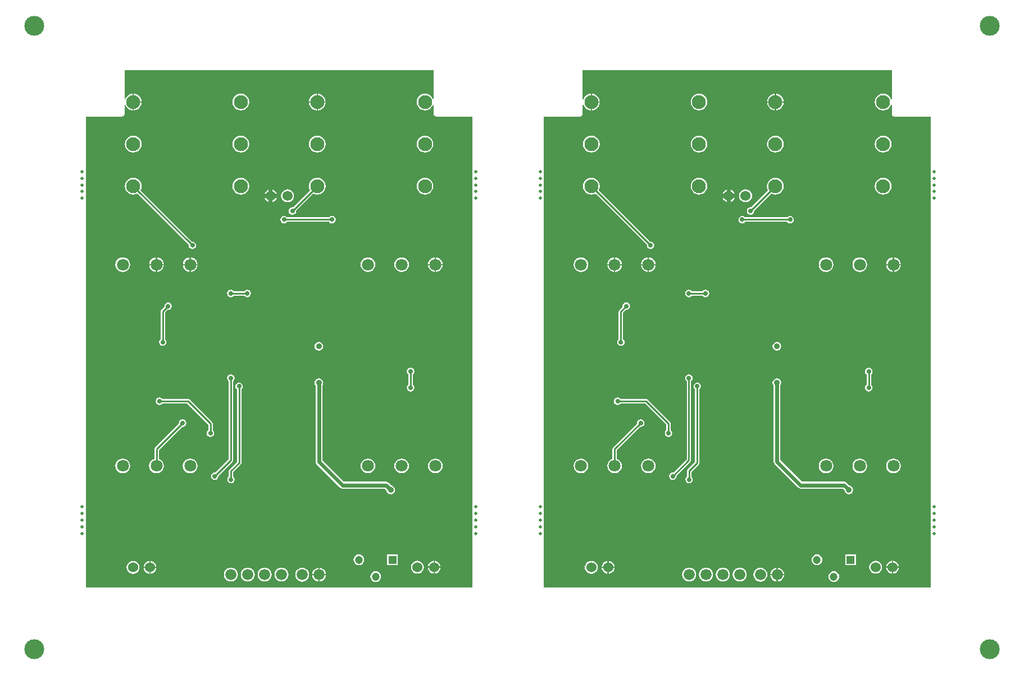
<source format=gbl>
G04*
G04 #@! TF.GenerationSoftware,Altium Limited,Altium Designer,19.1.6 (110)*
G04*
G04 Layer_Physical_Order=2*
G04 Layer_Color=16711680*
%FSLAX25Y25*%
%MOIN*%
G70*
G01*
G75*
%ADD10C,0.11811*%
%ADD30C,0.02400*%
%ADD31C,0.01000*%
%ADD32C,0.01968*%
%ADD33C,0.06000*%
%ADD34C,0.06600*%
%ADD35R,0.04724X0.04724*%
%ADD36C,0.04724*%
%ADD37C,0.07087*%
%ADD38C,0.08268*%
%ADD39C,0.02756*%
%ADD40C,0.03500*%
G36*
X520638Y338460D02*
X520138Y338361D01*
X519786Y339210D01*
X518995Y340241D01*
X517964Y341032D01*
X516764Y341529D01*
X515476Y341699D01*
X514188Y341529D01*
X512988Y341032D01*
X511957Y340241D01*
X511166Y339210D01*
X510669Y338010D01*
X510499Y336722D01*
X510669Y335434D01*
X511166Y334234D01*
X511957Y333203D01*
X512988Y332412D01*
X514188Y331915D01*
X515476Y331746D01*
X516764Y331915D01*
X517964Y332412D01*
X518995Y333203D01*
X519786Y334234D01*
X520138Y335083D01*
X520638Y334984D01*
Y329622D01*
X520754Y329037D01*
X521086Y328541D01*
X521582Y328209D01*
X522167Y328093D01*
X543638D01*
Y48317D01*
X314196D01*
Y328093D01*
X335667D01*
X336252Y328209D01*
X336748Y328541D01*
X337080Y329037D01*
X337196Y329622D01*
Y334986D01*
X337696Y335086D01*
X338049Y334234D01*
X338840Y333203D01*
X339871Y332412D01*
X341071Y331915D01*
X341959Y331798D01*
Y336722D01*
Y341646D01*
X341071Y341529D01*
X339871Y341032D01*
X338840Y340241D01*
X338049Y339210D01*
X337696Y338359D01*
X337196Y338458D01*
Y355593D01*
X520638D01*
Y338460D01*
D02*
G37*
G36*
X248767D02*
X248268Y338361D01*
X247916Y339210D01*
X247125Y340241D01*
X246094Y341032D01*
X244894Y341529D01*
X243606Y341699D01*
X242318Y341529D01*
X241118Y341032D01*
X240087Y340241D01*
X239296Y339210D01*
X238799Y338010D01*
X238629Y336722D01*
X238799Y335434D01*
X239296Y334234D01*
X240087Y333203D01*
X241118Y332412D01*
X242318Y331915D01*
X243606Y331746D01*
X244894Y331915D01*
X246094Y332412D01*
X247125Y333203D01*
X247916Y334234D01*
X248268Y335083D01*
X248767Y334984D01*
Y329622D01*
X248884Y329037D01*
X249215Y328541D01*
X249712Y328209D01*
X250297Y328093D01*
X271767D01*
Y48317D01*
X42326D01*
Y328093D01*
X63797D01*
X64382Y328209D01*
X64878Y328541D01*
X65210Y329037D01*
X65326Y329622D01*
Y334986D01*
X65826Y335086D01*
X66179Y334234D01*
X66970Y333203D01*
X68001Y332412D01*
X69201Y331915D01*
X70089Y331798D01*
Y336722D01*
Y341646D01*
X69201Y341529D01*
X68001Y341032D01*
X66970Y340241D01*
X66179Y339210D01*
X65826Y338359D01*
X65326Y338458D01*
Y355593D01*
X248767D01*
Y338460D01*
D02*
G37*
%LPC*%
G36*
X451978Y341646D02*
Y337122D01*
X456502D01*
X456385Y338010D01*
X455888Y339210D01*
X455097Y340241D01*
X454066Y341032D01*
X452866Y341529D01*
X451978Y341646D01*
D02*
G37*
G36*
X342759D02*
Y337122D01*
X347283D01*
X347166Y338010D01*
X346669Y339210D01*
X345878Y340241D01*
X344847Y341032D01*
X343647Y341529D01*
X342759Y341646D01*
D02*
G37*
G36*
X451178D02*
X450290Y341529D01*
X449090Y341032D01*
X448059Y340241D01*
X447268Y339210D01*
X446771Y338010D01*
X446654Y337122D01*
X451178D01*
Y341646D01*
D02*
G37*
G36*
X456502Y336322D02*
X451978D01*
Y331798D01*
X452866Y331915D01*
X454066Y332412D01*
X455097Y333203D01*
X455888Y334234D01*
X456385Y335434D01*
X456502Y336322D01*
D02*
G37*
G36*
X347283D02*
X342759D01*
Y331798D01*
X343647Y331915D01*
X344847Y332412D01*
X345878Y333203D01*
X346669Y334234D01*
X347166Y335434D01*
X347283Y336322D01*
D02*
G37*
G36*
X451178D02*
X446654D01*
X446771Y335434D01*
X447268Y334234D01*
X448059Y333203D01*
X449090Y332412D01*
X450290Y331915D01*
X451178Y331798D01*
Y336322D01*
D02*
G37*
G36*
X406257Y341699D02*
X404969Y341529D01*
X403769Y341032D01*
X402738Y340241D01*
X401947Y339210D01*
X401450Y338010D01*
X401280Y336722D01*
X401450Y335434D01*
X401947Y334234D01*
X402738Y333203D01*
X403769Y332412D01*
X404969Y331915D01*
X406257Y331746D01*
X407545Y331915D01*
X408745Y332412D01*
X409776Y333203D01*
X410567Y334234D01*
X411064Y335434D01*
X411234Y336722D01*
X411064Y338010D01*
X410567Y339210D01*
X409776Y340241D01*
X408745Y341032D01*
X407545Y341529D01*
X406257Y341699D01*
D02*
G37*
G36*
X515476Y316699D02*
X514188Y316529D01*
X512988Y316032D01*
X511957Y315241D01*
X511166Y314210D01*
X510669Y313010D01*
X510499Y311722D01*
X510669Y310434D01*
X511166Y309234D01*
X511957Y308203D01*
X512988Y307412D01*
X514188Y306915D01*
X515476Y306746D01*
X516764Y306915D01*
X517964Y307412D01*
X518995Y308203D01*
X519786Y309234D01*
X520283Y310434D01*
X520452Y311722D01*
X520283Y313010D01*
X519786Y314210D01*
X518995Y315241D01*
X517964Y316032D01*
X516764Y316529D01*
X515476Y316699D01*
D02*
G37*
G36*
X451578D02*
X450290Y316529D01*
X449090Y316032D01*
X448059Y315241D01*
X447268Y314210D01*
X446771Y313010D01*
X446601Y311722D01*
X446771Y310434D01*
X447268Y309234D01*
X448059Y308203D01*
X449090Y307412D01*
X450290Y306915D01*
X451578Y306746D01*
X452866Y306915D01*
X454066Y307412D01*
X455097Y308203D01*
X455888Y309234D01*
X456385Y310434D01*
X456555Y311722D01*
X456385Y313010D01*
X455888Y314210D01*
X455097Y315241D01*
X454066Y316032D01*
X452866Y316529D01*
X451578Y316699D01*
D02*
G37*
G36*
X406257D02*
X404969Y316529D01*
X403769Y316032D01*
X402738Y315241D01*
X401947Y314210D01*
X401450Y313010D01*
X401280Y311722D01*
X401450Y310434D01*
X401947Y309234D01*
X402738Y308203D01*
X403769Y307412D01*
X404969Y306915D01*
X406257Y306746D01*
X407545Y306915D01*
X408745Y307412D01*
X409776Y308203D01*
X410567Y309234D01*
X411064Y310434D01*
X411234Y311722D01*
X411064Y313010D01*
X410567Y314210D01*
X409776Y315241D01*
X408745Y316032D01*
X407545Y316529D01*
X406257Y316699D01*
D02*
G37*
G36*
X342359D02*
X341071Y316529D01*
X339871Y316032D01*
X338840Y315241D01*
X338049Y314210D01*
X337552Y313010D01*
X337382Y311722D01*
X337552Y310434D01*
X338049Y309234D01*
X338840Y308203D01*
X339871Y307412D01*
X341071Y306915D01*
X342359Y306746D01*
X343647Y306915D01*
X344847Y307412D01*
X345878Y308203D01*
X346669Y309234D01*
X347166Y310434D01*
X347336Y311722D01*
X347166Y313010D01*
X346669Y314210D01*
X345878Y315241D01*
X344847Y316032D01*
X343647Y316529D01*
X342359Y316699D01*
D02*
G37*
G36*
X425107Y284655D02*
Y282239D01*
X427523D01*
X427226Y282956D01*
X426617Y283750D01*
X425823Y284359D01*
X425107Y284655D01*
D02*
G37*
G36*
X422707D02*
X421991Y284359D01*
X421197Y283750D01*
X420588Y282956D01*
X420291Y282239D01*
X422707D01*
Y284655D01*
D02*
G37*
G36*
X515476Y291699D02*
X514188Y291529D01*
X512988Y291032D01*
X511957Y290241D01*
X511166Y289210D01*
X510669Y288010D01*
X510499Y286722D01*
X510669Y285434D01*
X511166Y284234D01*
X511957Y283203D01*
X512988Y282412D01*
X514188Y281915D01*
X515476Y281746D01*
X516764Y281915D01*
X517964Y282412D01*
X518995Y283203D01*
X519786Y284234D01*
X520283Y285434D01*
X520452Y286722D01*
X520283Y288010D01*
X519786Y289210D01*
X518995Y290241D01*
X517964Y291032D01*
X516764Y291529D01*
X515476Y291699D01*
D02*
G37*
G36*
X451578D02*
X450290Y291529D01*
X449090Y291032D01*
X448059Y290241D01*
X447268Y289210D01*
X446771Y288010D01*
X446601Y286722D01*
X446771Y285434D01*
X447253Y284271D01*
X437121Y274140D01*
X436833Y274198D01*
X435983Y274028D01*
X435263Y273547D01*
X434781Y272827D01*
X434612Y271977D01*
X434781Y271127D01*
X435263Y270407D01*
X435983Y269925D01*
X436833Y269756D01*
X437683Y269925D01*
X438403Y270407D01*
X438884Y271127D01*
X439053Y271977D01*
X438996Y272266D01*
X449127Y282397D01*
X450290Y281915D01*
X451578Y281746D01*
X452866Y281915D01*
X454066Y282412D01*
X455097Y283203D01*
X455888Y284234D01*
X456385Y285434D01*
X456555Y286722D01*
X456385Y288010D01*
X455888Y289210D01*
X455097Y290241D01*
X454066Y291032D01*
X452866Y291529D01*
X451578Y291699D01*
D02*
G37*
G36*
X406257D02*
X404969Y291529D01*
X403769Y291032D01*
X402738Y290241D01*
X401947Y289210D01*
X401450Y288010D01*
X401280Y286722D01*
X401450Y285434D01*
X401947Y284234D01*
X402738Y283203D01*
X403769Y282412D01*
X404969Y281915D01*
X406257Y281746D01*
X407545Y281915D01*
X408745Y282412D01*
X409776Y283203D01*
X410567Y284234D01*
X411064Y285434D01*
X411234Y286722D01*
X411064Y288010D01*
X410567Y289210D01*
X409776Y290241D01*
X408745Y291032D01*
X407545Y291529D01*
X406257Y291699D01*
D02*
G37*
G36*
X427523Y279839D02*
X425107D01*
Y277423D01*
X425823Y277720D01*
X426617Y278329D01*
X427226Y279123D01*
X427523Y279839D01*
D02*
G37*
G36*
X422707D02*
X420291D01*
X420588Y279123D01*
X421197Y278329D01*
X421991Y277720D01*
X422707Y277423D01*
Y279839D01*
D02*
G37*
G36*
X433907Y284872D02*
X432915Y284742D01*
X431991Y284359D01*
X431197Y283750D01*
X430588Y282956D01*
X430205Y282031D01*
X430074Y281039D01*
X430205Y280047D01*
X430588Y279123D01*
X431197Y278329D01*
X431991Y277720D01*
X432915Y277337D01*
X433907Y277207D01*
X434899Y277337D01*
X435823Y277720D01*
X436617Y278329D01*
X437226Y279123D01*
X437609Y280047D01*
X437740Y281039D01*
X437609Y282031D01*
X437226Y282956D01*
X436617Y283750D01*
X435823Y284359D01*
X434899Y284742D01*
X433907Y284872D01*
D02*
G37*
G36*
X460287Y269087D02*
X459437Y268918D01*
X458717Y268436D01*
X458553Y268192D01*
X433594D01*
X433430Y268436D01*
X432710Y268918D01*
X431860Y269087D01*
X431010Y268918D01*
X430290Y268436D01*
X429808Y267716D01*
X429639Y266866D01*
X429808Y266016D01*
X430290Y265296D01*
X431010Y264815D01*
X431860Y264646D01*
X432710Y264815D01*
X433430Y265296D01*
X433594Y265541D01*
X458553D01*
X458717Y265296D01*
X459437Y264815D01*
X460287Y264646D01*
X461137Y264815D01*
X461857Y265296D01*
X462338Y266016D01*
X462507Y266866D01*
X462338Y267716D01*
X461857Y268436D01*
X461137Y268918D01*
X460287Y269087D01*
D02*
G37*
G36*
X342359Y291699D02*
X341071Y291529D01*
X339871Y291032D01*
X338840Y290241D01*
X338049Y289210D01*
X337552Y288010D01*
X337382Y286722D01*
X337552Y285434D01*
X338049Y284234D01*
X338840Y283203D01*
X339871Y282412D01*
X341071Y281915D01*
X342359Y281746D01*
X343647Y281915D01*
X344810Y282397D01*
X375327Y251879D01*
X375270Y251591D01*
X375439Y250741D01*
X375920Y250020D01*
X376641Y249539D01*
X377490Y249370D01*
X378340Y249539D01*
X379061Y250020D01*
X379542Y250741D01*
X379711Y251591D01*
X379542Y252440D01*
X379061Y253161D01*
X378340Y253642D01*
X377490Y253811D01*
X377202Y253754D01*
X346684Y284271D01*
X347166Y285434D01*
X347336Y286722D01*
X347166Y288010D01*
X346669Y289210D01*
X345878Y290241D01*
X344847Y291032D01*
X343647Y291529D01*
X342359Y291699D01*
D02*
G37*
G36*
X522067Y244450D02*
Y240522D01*
X525995D01*
X525899Y241256D01*
X525461Y242313D01*
X524765Y243220D01*
X523857Y243916D01*
X522801Y244354D01*
X522067Y244450D01*
D02*
G37*
G36*
X521267D02*
X520533Y244354D01*
X519476Y243916D01*
X518569Y243220D01*
X517873Y242313D01*
X517435Y241256D01*
X517339Y240522D01*
X521267D01*
Y244450D01*
D02*
G37*
G36*
X376567D02*
Y240522D01*
X380495D01*
X380399Y241256D01*
X379961Y242313D01*
X379265Y243220D01*
X378357Y243916D01*
X377301Y244354D01*
X376567Y244450D01*
D02*
G37*
G36*
X375767D02*
X375033Y244354D01*
X373976Y243916D01*
X373069Y243220D01*
X372373Y242313D01*
X371935Y241256D01*
X371839Y240522D01*
X375767D01*
Y244450D01*
D02*
G37*
G36*
X356567D02*
Y240522D01*
X360495D01*
X360399Y241256D01*
X359961Y242313D01*
X359265Y243220D01*
X358357Y243916D01*
X357301Y244354D01*
X356567Y244450D01*
D02*
G37*
G36*
X355767D02*
X355033Y244354D01*
X353976Y243916D01*
X353069Y243220D01*
X352373Y242313D01*
X351935Y241256D01*
X351839Y240522D01*
X355767D01*
Y244450D01*
D02*
G37*
G36*
X525995Y239722D02*
X522067D01*
Y235794D01*
X522801Y235890D01*
X523857Y236328D01*
X524765Y237024D01*
X525461Y237932D01*
X525899Y238988D01*
X525995Y239722D01*
D02*
G37*
G36*
X521267D02*
X517339D01*
X517435Y238988D01*
X517873Y237932D01*
X518569Y237024D01*
X519476Y236328D01*
X520533Y235890D01*
X521267Y235794D01*
Y239722D01*
D02*
G37*
G36*
X380495D02*
X376567D01*
Y235794D01*
X377301Y235890D01*
X378357Y236328D01*
X379265Y237024D01*
X379961Y237932D01*
X380399Y238988D01*
X380495Y239722D01*
D02*
G37*
G36*
X375767D02*
X371839D01*
X371935Y238988D01*
X372373Y237932D01*
X373069Y237024D01*
X373976Y236328D01*
X375033Y235890D01*
X375767Y235794D01*
Y239722D01*
D02*
G37*
G36*
X360495D02*
X356567D01*
Y235794D01*
X357301Y235890D01*
X358357Y236328D01*
X359265Y237024D01*
X359961Y237932D01*
X360399Y238988D01*
X360495Y239722D01*
D02*
G37*
G36*
X355767D02*
X351839D01*
X351935Y238988D01*
X352373Y237932D01*
X353069Y237024D01*
X353976Y236328D01*
X355033Y235890D01*
X355767Y235794D01*
Y239722D01*
D02*
G37*
G36*
X501667Y244503D02*
X500533Y244354D01*
X499476Y243916D01*
X498569Y243220D01*
X497873Y242313D01*
X497435Y241256D01*
X497286Y240122D01*
X497435Y238988D01*
X497873Y237932D01*
X498569Y237024D01*
X499476Y236328D01*
X500533Y235890D01*
X501667Y235741D01*
X502801Y235890D01*
X503857Y236328D01*
X504765Y237024D01*
X505461Y237932D01*
X505899Y238988D01*
X506048Y240122D01*
X505899Y241256D01*
X505461Y242313D01*
X504765Y243220D01*
X503857Y243916D01*
X502801Y244354D01*
X501667Y244503D01*
D02*
G37*
G36*
X481667D02*
X480533Y244354D01*
X479476Y243916D01*
X478569Y243220D01*
X477873Y242313D01*
X477435Y241256D01*
X477286Y240122D01*
X477435Y238988D01*
X477873Y237932D01*
X478569Y237024D01*
X479476Y236328D01*
X480533Y235890D01*
X481667Y235741D01*
X482801Y235890D01*
X483857Y236328D01*
X484765Y237024D01*
X485461Y237932D01*
X485899Y238988D01*
X486048Y240122D01*
X485899Y241256D01*
X485461Y242313D01*
X484765Y243220D01*
X483857Y243916D01*
X482801Y244354D01*
X481667Y244503D01*
D02*
G37*
G36*
X336167D02*
X335033Y244354D01*
X333976Y243916D01*
X333069Y243220D01*
X332373Y242313D01*
X331935Y241256D01*
X331786Y240122D01*
X331935Y238988D01*
X332373Y237932D01*
X333069Y237024D01*
X333976Y236328D01*
X335033Y235890D01*
X336167Y235741D01*
X337301Y235890D01*
X338357Y236328D01*
X339265Y237024D01*
X339961Y237932D01*
X340399Y238988D01*
X340548Y240122D01*
X340399Y241256D01*
X339961Y242313D01*
X339265Y243220D01*
X338357Y243916D01*
X337301Y244354D01*
X336167Y244503D01*
D02*
G37*
G36*
X410050Y225288D02*
X409201Y225118D01*
X408480Y224637D01*
X408317Y224392D01*
X401999D01*
X401836Y224637D01*
X401115Y225118D01*
X400266Y225288D01*
X399416Y225118D01*
X398695Y224637D01*
X398214Y223917D01*
X398045Y223067D01*
X398214Y222217D01*
X398695Y221497D01*
X399416Y221015D01*
X400266Y220846D01*
X401115Y221015D01*
X401836Y221497D01*
X401999Y221742D01*
X408317D01*
X408480Y221497D01*
X409201Y221015D01*
X410050Y220846D01*
X410900Y221015D01*
X411621Y221497D01*
X412102Y222217D01*
X412271Y223067D01*
X412102Y223917D01*
X411621Y224637D01*
X410900Y225118D01*
X410050Y225288D01*
D02*
G37*
G36*
X363073Y217696D02*
X362223Y217527D01*
X361503Y217046D01*
X361022Y216325D01*
X360853Y215476D01*
X360910Y215187D01*
X358961Y213238D01*
X358674Y212808D01*
X358573Y212301D01*
Y195851D01*
X358328Y195688D01*
X357847Y194967D01*
X357678Y194117D01*
X357847Y193268D01*
X358328Y192547D01*
X359049Y192066D01*
X359898Y191897D01*
X360748Y192066D01*
X361469Y192547D01*
X361950Y193268D01*
X362119Y194117D01*
X361950Y194967D01*
X361469Y195688D01*
X361224Y195851D01*
Y211752D01*
X362785Y213312D01*
X363073Y213255D01*
X363923Y213424D01*
X364643Y213905D01*
X365125Y214626D01*
X365294Y215476D01*
X365125Y216325D01*
X364643Y217046D01*
X363923Y217527D01*
X363073Y217696D01*
D02*
G37*
G36*
X452529Y194269D02*
X451534Y194071D01*
X450691Y193508D01*
X450127Y192664D01*
X449929Y191669D01*
X450127Y190674D01*
X450691Y189831D01*
X451534Y189267D01*
X452529Y189069D01*
X453524Y189267D01*
X454368Y189831D01*
X454931Y190674D01*
X455129Y191669D01*
X454931Y192664D01*
X454368Y193508D01*
X453524Y194071D01*
X452529Y194269D01*
D02*
G37*
G36*
X506958Y178898D02*
X506109Y178728D01*
X505388Y178247D01*
X504907Y177527D01*
X504738Y176677D01*
X504907Y175827D01*
X505388Y175107D01*
X505633Y174943D01*
Y168797D01*
X505388Y168633D01*
X504907Y167913D01*
X504738Y167063D01*
X504907Y166213D01*
X505388Y165493D01*
X506109Y165011D01*
X506958Y164842D01*
X507808Y165011D01*
X508529Y165493D01*
X509010Y166213D01*
X509179Y167063D01*
X509010Y167913D01*
X508529Y168633D01*
X508284Y168797D01*
Y174943D01*
X508529Y175107D01*
X509010Y175827D01*
X509179Y176677D01*
X509010Y177527D01*
X508529Y178247D01*
X507808Y178728D01*
X506958Y178898D01*
D02*
G37*
G36*
X371623Y148221D02*
X370774Y148052D01*
X370053Y147570D01*
X369572Y146850D01*
X369403Y146000D01*
X369460Y145711D01*
X355230Y131481D01*
X354942Y131051D01*
X354841Y130543D01*
Y124774D01*
X353976Y124416D01*
X353069Y123720D01*
X352373Y122813D01*
X351935Y121756D01*
X351786Y120622D01*
X351935Y119488D01*
X352373Y118432D01*
X353069Y117524D01*
X353976Y116828D01*
X355033Y116390D01*
X356167Y116241D01*
X357301Y116390D01*
X358357Y116828D01*
X359265Y117524D01*
X359961Y118432D01*
X360399Y119488D01*
X360548Y120622D01*
X360399Y121756D01*
X359961Y122813D01*
X359265Y123720D01*
X358357Y124416D01*
X357492Y124774D01*
Y129994D01*
X371335Y143837D01*
X371623Y143779D01*
X372473Y143948D01*
X373194Y144430D01*
X373675Y145150D01*
X373844Y146000D01*
X373675Y146850D01*
X373194Y147570D01*
X372473Y148052D01*
X371623Y148221D01*
D02*
G37*
G36*
X357943Y161213D02*
X357093Y161044D01*
X356372Y160562D01*
X355891Y159842D01*
X355722Y158992D01*
X355891Y158142D01*
X356372Y157422D01*
X357093Y156941D01*
X357943Y156772D01*
X358792Y156941D01*
X359513Y157422D01*
X359676Y157667D01*
X374341D01*
X386834Y145174D01*
Y141730D01*
X386589Y141566D01*
X386107Y140846D01*
X385939Y139996D01*
X386107Y139146D01*
X386589Y138426D01*
X387309Y137944D01*
X388159Y137776D01*
X389009Y137944D01*
X389729Y138426D01*
X390211Y139146D01*
X390380Y139996D01*
X390211Y140846D01*
X389729Y141566D01*
X389485Y141730D01*
Y145723D01*
X389384Y146230D01*
X389096Y146660D01*
X375827Y159929D01*
X375397Y160217D01*
X374890Y160318D01*
X359676D01*
X359513Y160562D01*
X358792Y161044D01*
X357943Y161213D01*
D02*
G37*
G36*
X400266Y174992D02*
X399416Y174823D01*
X398695Y174342D01*
X398214Y173621D01*
X398045Y172772D01*
X398214Y171922D01*
X398695Y171202D01*
X398940Y171038D01*
Y124600D01*
X391007Y116667D01*
X390718Y116725D01*
X389868Y116556D01*
X389148Y116074D01*
X388667Y115354D01*
X388497Y114504D01*
X388667Y113654D01*
X389148Y112934D01*
X389868Y112452D01*
X390718Y112283D01*
X391568Y112452D01*
X392288Y112934D01*
X392770Y113654D01*
X392939Y114504D01*
X392881Y114793D01*
X401203Y123114D01*
X401490Y123544D01*
X401591Y124051D01*
Y171038D01*
X401836Y171202D01*
X402317Y171922D01*
X402486Y172772D01*
X402317Y173621D01*
X401836Y174342D01*
X401115Y174823D01*
X400266Y174992D01*
D02*
G37*
G36*
X521667Y125003D02*
X520533Y124854D01*
X519476Y124416D01*
X518569Y123720D01*
X517873Y122813D01*
X517435Y121756D01*
X517286Y120622D01*
X517435Y119488D01*
X517873Y118432D01*
X518569Y117524D01*
X519476Y116828D01*
X520533Y116390D01*
X521667Y116241D01*
X522801Y116390D01*
X523857Y116828D01*
X524765Y117524D01*
X525461Y118432D01*
X525899Y119488D01*
X526048Y120622D01*
X525899Y121756D01*
X525461Y122813D01*
X524765Y123720D01*
X523857Y124416D01*
X522801Y124854D01*
X521667Y125003D01*
D02*
G37*
G36*
X501667D02*
X500533Y124854D01*
X499476Y124416D01*
X498569Y123720D01*
X497873Y122813D01*
X497435Y121756D01*
X497286Y120622D01*
X497435Y119488D01*
X497873Y118432D01*
X498569Y117524D01*
X499476Y116828D01*
X500533Y116390D01*
X501667Y116241D01*
X502801Y116390D01*
X503857Y116828D01*
X504765Y117524D01*
X505461Y118432D01*
X505899Y119488D01*
X506048Y120622D01*
X505899Y121756D01*
X505461Y122813D01*
X504765Y123720D01*
X503857Y124416D01*
X502801Y124854D01*
X501667Y125003D01*
D02*
G37*
G36*
X481667D02*
X480533Y124854D01*
X479476Y124416D01*
X478569Y123720D01*
X477873Y122813D01*
X477435Y121756D01*
X477286Y120622D01*
X477435Y119488D01*
X477873Y118432D01*
X478569Y117524D01*
X479476Y116828D01*
X480533Y116390D01*
X481667Y116241D01*
X482801Y116390D01*
X483857Y116828D01*
X484765Y117524D01*
X485461Y118432D01*
X485899Y119488D01*
X486048Y120622D01*
X485899Y121756D01*
X485461Y122813D01*
X484765Y123720D01*
X483857Y124416D01*
X482801Y124854D01*
X481667Y125003D01*
D02*
G37*
G36*
X376167D02*
X375033Y124854D01*
X373976Y124416D01*
X373069Y123720D01*
X372373Y122813D01*
X371935Y121756D01*
X371786Y120622D01*
X371935Y119488D01*
X372373Y118432D01*
X373069Y117524D01*
X373976Y116828D01*
X375033Y116390D01*
X376167Y116241D01*
X377301Y116390D01*
X378357Y116828D01*
X379265Y117524D01*
X379961Y118432D01*
X380399Y119488D01*
X380548Y120622D01*
X380399Y121756D01*
X379961Y122813D01*
X379265Y123720D01*
X378357Y124416D01*
X377301Y124854D01*
X376167Y125003D01*
D02*
G37*
G36*
X336167D02*
X335033Y124854D01*
X333976Y124416D01*
X333069Y123720D01*
X332373Y122813D01*
X331935Y121756D01*
X331786Y120622D01*
X331935Y119488D01*
X332373Y118432D01*
X333069Y117524D01*
X333976Y116828D01*
X335033Y116390D01*
X336167Y116241D01*
X337301Y116390D01*
X338357Y116828D01*
X339265Y117524D01*
X339961Y118432D01*
X340399Y119488D01*
X340548Y120622D01*
X340399Y121756D01*
X339961Y122813D01*
X339265Y123720D01*
X338357Y124416D01*
X337301Y124854D01*
X336167Y125003D01*
D02*
G37*
G36*
X405187Y170169D02*
X404337Y170000D01*
X403616Y169519D01*
X403135Y168799D01*
X402966Y167949D01*
X403135Y167099D01*
X403616Y166379D01*
X403861Y166215D01*
Y122927D01*
X399427Y118492D01*
X399139Y118062D01*
X399038Y117555D01*
Y114165D01*
X398794Y114002D01*
X398312Y113281D01*
X398143Y112432D01*
X398312Y111582D01*
X398794Y110861D01*
X399514Y110380D01*
X400364Y110211D01*
X401214Y110380D01*
X401934Y110861D01*
X402415Y111582D01*
X402584Y112432D01*
X402415Y113281D01*
X401934Y114002D01*
X401689Y114165D01*
Y117006D01*
X406124Y121441D01*
X406411Y121871D01*
X406512Y122378D01*
Y166215D01*
X406757Y166379D01*
X407238Y167099D01*
X407407Y167949D01*
X407238Y168799D01*
X406757Y169519D01*
X406036Y170000D01*
X405187Y170169D01*
D02*
G37*
G36*
X452529Y172616D02*
X451534Y172418D01*
X450691Y171854D01*
X450127Y171011D01*
X449929Y170016D01*
X450127Y169021D01*
X450490Y168478D01*
Y123165D01*
X450645Y122385D01*
X451087Y121723D01*
X465064Y107747D01*
X465725Y107305D01*
X466505Y107150D01*
X491495D01*
X492665Y105980D01*
X492792Y105340D01*
X493356Y104496D01*
X494199Y103933D01*
X495194Y103735D01*
X496189Y103933D01*
X497033Y104496D01*
X497596Y105340D01*
X497794Y106335D01*
X497596Y107330D01*
X497033Y108173D01*
X496189Y108737D01*
X495549Y108864D01*
X493782Y110631D01*
X493120Y111073D01*
X492340Y111228D01*
X467350D01*
X454568Y124010D01*
Y168478D01*
X454931Y169021D01*
X455129Y170016D01*
X454931Y171011D01*
X454368Y171854D01*
X453524Y172418D01*
X452529Y172616D01*
D02*
G37*
G36*
X499427Y67961D02*
X493103D01*
Y61637D01*
X499427D01*
Y67961D01*
D02*
G37*
G36*
X476264Y67989D02*
X475439Y67880D01*
X474670Y67561D01*
X474009Y67054D01*
X473502Y66394D01*
X473184Y65625D01*
X473075Y64799D01*
X473184Y63974D01*
X473502Y63205D01*
X474009Y62544D01*
X474670Y62037D01*
X475439Y61719D01*
X476264Y61610D01*
X477090Y61719D01*
X477859Y62037D01*
X478520Y62544D01*
X479027Y63205D01*
X479345Y63974D01*
X479454Y64799D01*
X479345Y65625D01*
X479027Y66394D01*
X478520Y67054D01*
X477859Y67561D01*
X477090Y67880D01*
X476264Y67989D01*
D02*
G37*
G36*
X521420Y64249D02*
Y60869D01*
X524800D01*
X524722Y61461D01*
X524339Y62385D01*
X523730Y63179D01*
X522936Y63788D01*
X522012Y64171D01*
X521420Y64249D01*
D02*
G37*
G36*
X520620D02*
X520028Y64171D01*
X519103Y63788D01*
X518309Y63179D01*
X517700Y62385D01*
X517317Y61461D01*
X517240Y60869D01*
X520620D01*
Y64249D01*
D02*
G37*
G36*
X352693Y64052D02*
Y60672D01*
X356073D01*
X355995Y61264D01*
X355612Y62188D01*
X355003Y62982D01*
X354209Y63591D01*
X353285Y63974D01*
X352693Y64052D01*
D02*
G37*
G36*
X351893D02*
X351301Y63974D01*
X350377Y63591D01*
X349583Y62982D01*
X348974Y62188D01*
X348591Y61264D01*
X348513Y60672D01*
X351893D01*
Y64052D01*
D02*
G37*
G36*
X524800Y60069D02*
X521420D01*
Y56688D01*
X522012Y56766D01*
X522936Y57149D01*
X523730Y57758D01*
X524339Y58552D01*
X524722Y59477D01*
X524800Y60069D01*
D02*
G37*
G36*
X520620D02*
X517240D01*
X517317Y59477D01*
X517700Y58552D01*
X518309Y57758D01*
X519103Y57149D01*
X520028Y56766D01*
X520620Y56688D01*
Y60069D01*
D02*
G37*
G36*
X511020Y64301D02*
X510028Y64171D01*
X509103Y63788D01*
X508310Y63179D01*
X507700Y62385D01*
X507317Y61461D01*
X507187Y60469D01*
X507317Y59477D01*
X507700Y58552D01*
X508310Y57758D01*
X509103Y57149D01*
X510028Y56766D01*
X511020Y56636D01*
X512012Y56766D01*
X512936Y57149D01*
X513730Y57758D01*
X514339Y58552D01*
X514722Y59477D01*
X514853Y60469D01*
X514722Y61461D01*
X514339Y62385D01*
X513730Y63179D01*
X512936Y63788D01*
X512012Y64171D01*
X511020Y64301D01*
D02*
G37*
G36*
X356073Y59872D02*
X352693D01*
Y56492D01*
X353285Y56569D01*
X354209Y56952D01*
X355003Y57561D01*
X355612Y58355D01*
X355995Y59280D01*
X356073Y59872D01*
D02*
G37*
G36*
X351893D02*
X348513D01*
X348591Y59280D01*
X348974Y58355D01*
X349583Y57561D01*
X350377Y56952D01*
X351301Y56569D01*
X351893Y56492D01*
Y59872D01*
D02*
G37*
G36*
X342293Y64104D02*
X341301Y63974D01*
X340376Y63591D01*
X339583Y62982D01*
X338974Y62188D01*
X338591Y61264D01*
X338460Y60272D01*
X338591Y59280D01*
X338974Y58355D01*
X339583Y57561D01*
X340376Y56952D01*
X341301Y56569D01*
X342293Y56439D01*
X343285Y56569D01*
X344209Y56952D01*
X345003Y57561D01*
X345612Y58355D01*
X345995Y59280D01*
X346126Y60272D01*
X345995Y61264D01*
X345612Y62188D01*
X345003Y62982D01*
X344209Y63591D01*
X343285Y63974D01*
X342293Y64104D01*
D02*
G37*
G36*
X453008Y60024D02*
Y56341D01*
X456691D01*
X456602Y57011D01*
X456189Y58009D01*
X455532Y58865D01*
X454676Y59522D01*
X453678Y59935D01*
X453008Y60024D01*
D02*
G37*
G36*
X452208D02*
X451538Y59935D01*
X450540Y59522D01*
X449684Y58865D01*
X449026Y58009D01*
X448613Y57011D01*
X448525Y56341D01*
X452208D01*
Y60024D01*
D02*
G37*
G36*
X430375Y60175D02*
X429304Y60034D01*
X428307Y59621D01*
X427450Y58964D01*
X426793Y58107D01*
X426380Y57110D01*
X426239Y56039D01*
X426380Y54969D01*
X426793Y53972D01*
X427450Y53115D01*
X428307Y52458D01*
X429304Y52045D01*
X430375Y51904D01*
X431445Y52045D01*
X432442Y52458D01*
X433299Y53115D01*
X433956Y53972D01*
X434369Y54969D01*
X434510Y56039D01*
X434369Y57110D01*
X433956Y58107D01*
X433299Y58964D01*
X432442Y59621D01*
X431445Y60034D01*
X430375Y60175D01*
D02*
G37*
G36*
X420375D02*
X419304Y60034D01*
X418307Y59621D01*
X417450Y58964D01*
X416793Y58107D01*
X416380Y57110D01*
X416239Y56039D01*
X416380Y54969D01*
X416793Y53972D01*
X417450Y53115D01*
X418307Y52458D01*
X419304Y52045D01*
X420375Y51904D01*
X421445Y52045D01*
X422442Y52458D01*
X423299Y53115D01*
X423956Y53972D01*
X424369Y54969D01*
X424510Y56039D01*
X424369Y57110D01*
X423956Y58107D01*
X423299Y58964D01*
X422442Y59621D01*
X421445Y60034D01*
X420375Y60175D01*
D02*
G37*
G36*
X410375D02*
X409304Y60034D01*
X408307Y59621D01*
X407450Y58964D01*
X406793Y58107D01*
X406380Y57110D01*
X406239Y56039D01*
X406380Y54969D01*
X406793Y53972D01*
X407450Y53115D01*
X408307Y52458D01*
X409304Y52045D01*
X410375Y51904D01*
X411445Y52045D01*
X412442Y52458D01*
X413299Y53115D01*
X413956Y53972D01*
X414369Y54969D01*
X414510Y56039D01*
X414369Y57110D01*
X413956Y58107D01*
X413299Y58964D01*
X412442Y59621D01*
X411445Y60034D01*
X410375Y60175D01*
D02*
G37*
G36*
X400375D02*
X399304Y60034D01*
X398307Y59621D01*
X397450Y58964D01*
X396793Y58107D01*
X396380Y57110D01*
X396239Y56039D01*
X396380Y54969D01*
X396793Y53972D01*
X397450Y53115D01*
X398307Y52458D01*
X399304Y52045D01*
X400375Y51904D01*
X401445Y52045D01*
X402442Y52458D01*
X403299Y53115D01*
X403956Y53972D01*
X404369Y54969D01*
X404510Y56039D01*
X404369Y57110D01*
X403956Y58107D01*
X403299Y58964D01*
X402442Y59621D01*
X401445Y60034D01*
X400375Y60175D01*
D02*
G37*
G36*
X456691Y55541D02*
X453008D01*
Y51858D01*
X453678Y51947D01*
X454676Y52360D01*
X455532Y53017D01*
X456189Y53873D01*
X456602Y54871D01*
X456691Y55541D01*
D02*
G37*
G36*
X452208D02*
X448525D01*
X448613Y54871D01*
X449026Y53873D01*
X449684Y53017D01*
X450540Y52360D01*
X451538Y51947D01*
X452208Y51858D01*
Y55541D01*
D02*
G37*
G36*
X442608Y60076D02*
X441538Y59935D01*
X440540Y59522D01*
X439684Y58865D01*
X439026Y58009D01*
X438613Y57011D01*
X438473Y55941D01*
X438613Y54871D01*
X439026Y53873D01*
X439684Y53017D01*
X440540Y52360D01*
X441538Y51947D01*
X442608Y51806D01*
X443678Y51947D01*
X444676Y52360D01*
X445532Y53017D01*
X446189Y53873D01*
X446602Y54871D01*
X446743Y55941D01*
X446602Y57011D01*
X446189Y58009D01*
X445532Y58865D01*
X444676Y59522D01*
X443678Y59935D01*
X442608Y60076D01*
D02*
G37*
G36*
X486265Y57989D02*
X485439Y57880D01*
X484670Y57561D01*
X484009Y57054D01*
X483502Y56394D01*
X483184Y55625D01*
X483075Y54799D01*
X483184Y53974D01*
X483502Y53205D01*
X484009Y52544D01*
X484670Y52037D01*
X485439Y51719D01*
X486265Y51610D01*
X487090Y51719D01*
X487859Y52037D01*
X488520Y52544D01*
X489026Y53205D01*
X489345Y53974D01*
X489454Y54799D01*
X489345Y55625D01*
X489026Y56394D01*
X488520Y57054D01*
X487859Y57561D01*
X487090Y57880D01*
X486265Y57989D01*
D02*
G37*
G36*
X180108Y341646D02*
Y337122D01*
X184632D01*
X184515Y338010D01*
X184018Y339210D01*
X183227Y340241D01*
X182196Y341032D01*
X180996Y341529D01*
X180108Y341646D01*
D02*
G37*
G36*
X70889D02*
Y337122D01*
X75413D01*
X75296Y338010D01*
X74799Y339210D01*
X74008Y340241D01*
X72977Y341032D01*
X71777Y341529D01*
X70889Y341646D01*
D02*
G37*
G36*
X179308D02*
X178420Y341529D01*
X177219Y341032D01*
X176189Y340241D01*
X175398Y339210D01*
X174901Y338010D01*
X174784Y337122D01*
X179308D01*
Y341646D01*
D02*
G37*
G36*
X184632Y336322D02*
X180108D01*
Y331798D01*
X180996Y331915D01*
X182196Y332412D01*
X183227Y333203D01*
X184018Y334234D01*
X184515Y335434D01*
X184632Y336322D01*
D02*
G37*
G36*
X75413D02*
X70889D01*
Y331798D01*
X71777Y331915D01*
X72977Y332412D01*
X74008Y333203D01*
X74799Y334234D01*
X75296Y335434D01*
X75413Y336322D01*
D02*
G37*
G36*
X179308D02*
X174784D01*
X174901Y335434D01*
X175398Y334234D01*
X176189Y333203D01*
X177219Y332412D01*
X178420Y331915D01*
X179308Y331798D01*
Y336322D01*
D02*
G37*
G36*
X134387Y341699D02*
X133099Y341529D01*
X131898Y341032D01*
X130868Y340241D01*
X130077Y339210D01*
X129580Y338010D01*
X129410Y336722D01*
X129580Y335434D01*
X130077Y334234D01*
X130868Y333203D01*
X131898Y332412D01*
X133099Y331915D01*
X134387Y331746D01*
X135675Y331915D01*
X136875Y332412D01*
X137906Y333203D01*
X138697Y334234D01*
X139194Y335434D01*
X139363Y336722D01*
X139194Y338010D01*
X138697Y339210D01*
X137906Y340241D01*
X136875Y341032D01*
X135675Y341529D01*
X134387Y341699D01*
D02*
G37*
G36*
X243606Y316699D02*
X242318Y316529D01*
X241118Y316032D01*
X240087Y315241D01*
X239296Y314210D01*
X238799Y313010D01*
X238629Y311722D01*
X238799Y310434D01*
X239296Y309234D01*
X240087Y308203D01*
X241118Y307412D01*
X242318Y306915D01*
X243606Y306746D01*
X244894Y306915D01*
X246094Y307412D01*
X247125Y308203D01*
X247916Y309234D01*
X248413Y310434D01*
X248582Y311722D01*
X248413Y313010D01*
X247916Y314210D01*
X247125Y315241D01*
X246094Y316032D01*
X244894Y316529D01*
X243606Y316699D01*
D02*
G37*
G36*
X179708D02*
X178420Y316529D01*
X177219Y316032D01*
X176189Y315241D01*
X175398Y314210D01*
X174901Y313010D01*
X174731Y311722D01*
X174901Y310434D01*
X175398Y309234D01*
X176189Y308203D01*
X177219Y307412D01*
X178420Y306915D01*
X179708Y306746D01*
X180996Y306915D01*
X182196Y307412D01*
X183227Y308203D01*
X184018Y309234D01*
X184515Y310434D01*
X184684Y311722D01*
X184515Y313010D01*
X184018Y314210D01*
X183227Y315241D01*
X182196Y316032D01*
X180996Y316529D01*
X179708Y316699D01*
D02*
G37*
G36*
X134387D02*
X133099Y316529D01*
X131898Y316032D01*
X130868Y315241D01*
X130077Y314210D01*
X129580Y313010D01*
X129410Y311722D01*
X129580Y310434D01*
X130077Y309234D01*
X130868Y308203D01*
X131898Y307412D01*
X133099Y306915D01*
X134387Y306746D01*
X135675Y306915D01*
X136875Y307412D01*
X137906Y308203D01*
X138697Y309234D01*
X139194Y310434D01*
X139363Y311722D01*
X139194Y313010D01*
X138697Y314210D01*
X137906Y315241D01*
X136875Y316032D01*
X135675Y316529D01*
X134387Y316699D01*
D02*
G37*
G36*
X70489D02*
X69201Y316529D01*
X68001Y316032D01*
X66970Y315241D01*
X66179Y314210D01*
X65682Y313010D01*
X65512Y311722D01*
X65682Y310434D01*
X66179Y309234D01*
X66970Y308203D01*
X68001Y307412D01*
X69201Y306915D01*
X70489Y306746D01*
X71777Y306915D01*
X72977Y307412D01*
X74008Y308203D01*
X74799Y309234D01*
X75296Y310434D01*
X75465Y311722D01*
X75296Y313010D01*
X74799Y314210D01*
X74008Y315241D01*
X72977Y316032D01*
X71777Y316529D01*
X70489Y316699D01*
D02*
G37*
G36*
X153237Y284655D02*
Y282239D01*
X155653D01*
X155356Y282956D01*
X154747Y283750D01*
X153953Y284359D01*
X153237Y284655D01*
D02*
G37*
G36*
X150837D02*
X150121Y284359D01*
X149327Y283750D01*
X148718Y282956D01*
X148421Y282239D01*
X150837D01*
Y284655D01*
D02*
G37*
G36*
X243606Y291699D02*
X242318Y291529D01*
X241118Y291032D01*
X240087Y290241D01*
X239296Y289210D01*
X238799Y288010D01*
X238629Y286722D01*
X238799Y285434D01*
X239296Y284234D01*
X240087Y283203D01*
X241118Y282412D01*
X242318Y281915D01*
X243606Y281746D01*
X244894Y281915D01*
X246094Y282412D01*
X247125Y283203D01*
X247916Y284234D01*
X248413Y285434D01*
X248582Y286722D01*
X248413Y288010D01*
X247916Y289210D01*
X247125Y290241D01*
X246094Y291032D01*
X244894Y291529D01*
X243606Y291699D01*
D02*
G37*
G36*
X179708D02*
X178420Y291529D01*
X177219Y291032D01*
X176189Y290241D01*
X175398Y289210D01*
X174901Y288010D01*
X174731Y286722D01*
X174901Y285434D01*
X175382Y284271D01*
X165251Y274140D01*
X164963Y274198D01*
X164113Y274028D01*
X163392Y273547D01*
X162911Y272827D01*
X162742Y271977D01*
X162911Y271127D01*
X163392Y270407D01*
X164113Y269925D01*
X164963Y269756D01*
X165813Y269925D01*
X166533Y270407D01*
X167014Y271127D01*
X167183Y271977D01*
X167126Y272266D01*
X177257Y282397D01*
X178420Y281915D01*
X179708Y281746D01*
X180996Y281915D01*
X182196Y282412D01*
X183227Y283203D01*
X184018Y284234D01*
X184515Y285434D01*
X184684Y286722D01*
X184515Y288010D01*
X184018Y289210D01*
X183227Y290241D01*
X182196Y291032D01*
X180996Y291529D01*
X179708Y291699D01*
D02*
G37*
G36*
X134387D02*
X133099Y291529D01*
X131898Y291032D01*
X130868Y290241D01*
X130077Y289210D01*
X129580Y288010D01*
X129410Y286722D01*
X129580Y285434D01*
X130077Y284234D01*
X130868Y283203D01*
X131898Y282412D01*
X133099Y281915D01*
X134387Y281746D01*
X135675Y281915D01*
X136875Y282412D01*
X137906Y283203D01*
X138697Y284234D01*
X139194Y285434D01*
X139363Y286722D01*
X139194Y288010D01*
X138697Y289210D01*
X137906Y290241D01*
X136875Y291032D01*
X135675Y291529D01*
X134387Y291699D01*
D02*
G37*
G36*
X155653Y279839D02*
X153237D01*
Y277423D01*
X153953Y277720D01*
X154747Y278329D01*
X155356Y279123D01*
X155653Y279839D01*
D02*
G37*
G36*
X150837D02*
X148421D01*
X148718Y279123D01*
X149327Y278329D01*
X150121Y277720D01*
X150837Y277423D01*
Y279839D01*
D02*
G37*
G36*
X162037Y284872D02*
X161045Y284742D01*
X160121Y284359D01*
X159327Y283750D01*
X158718Y282956D01*
X158335Y282031D01*
X158204Y281039D01*
X158335Y280047D01*
X158718Y279123D01*
X159327Y278329D01*
X160121Y277720D01*
X161045Y277337D01*
X162037Y277207D01*
X163029Y277337D01*
X163953Y277720D01*
X164747Y278329D01*
X165356Y279123D01*
X165739Y280047D01*
X165870Y281039D01*
X165739Y282031D01*
X165356Y282956D01*
X164747Y283750D01*
X163953Y284359D01*
X163029Y284742D01*
X162037Y284872D01*
D02*
G37*
G36*
X188417Y269087D02*
X187567Y268918D01*
X186847Y268436D01*
X186683Y268192D01*
X161723D01*
X161560Y268436D01*
X160839Y268918D01*
X159990Y269087D01*
X159140Y268918D01*
X158420Y268436D01*
X157938Y267716D01*
X157769Y266866D01*
X157938Y266016D01*
X158420Y265296D01*
X159140Y264815D01*
X159990Y264646D01*
X160839Y264815D01*
X161560Y265296D01*
X161723Y265541D01*
X186683D01*
X186847Y265296D01*
X187567Y264815D01*
X188417Y264646D01*
X189267Y264815D01*
X189987Y265296D01*
X190468Y266016D01*
X190637Y266866D01*
X190468Y267716D01*
X189987Y268436D01*
X189267Y268918D01*
X188417Y269087D01*
D02*
G37*
G36*
X70489Y291699D02*
X69201Y291529D01*
X68001Y291032D01*
X66970Y290241D01*
X66179Y289210D01*
X65682Y288010D01*
X65512Y286722D01*
X65682Y285434D01*
X66179Y284234D01*
X66970Y283203D01*
X68001Y282412D01*
X69201Y281915D01*
X70489Y281746D01*
X71777Y281915D01*
X72940Y282397D01*
X103457Y251879D01*
X103400Y251591D01*
X103569Y250741D01*
X104050Y250020D01*
X104771Y249539D01*
X105620Y249370D01*
X106470Y249539D01*
X107191Y250020D01*
X107672Y250741D01*
X107841Y251591D01*
X107672Y252440D01*
X107191Y253161D01*
X106470Y253642D01*
X105620Y253811D01*
X105332Y253754D01*
X74814Y284271D01*
X75296Y285434D01*
X75465Y286722D01*
X75296Y288010D01*
X74799Y289210D01*
X74008Y290241D01*
X72977Y291032D01*
X71777Y291529D01*
X70489Y291699D01*
D02*
G37*
G36*
X250197Y244450D02*
Y240522D01*
X254125D01*
X254029Y241256D01*
X253591Y242313D01*
X252895Y243220D01*
X251987Y243916D01*
X250931Y244354D01*
X250197Y244450D01*
D02*
G37*
G36*
X249397D02*
X248663Y244354D01*
X247606Y243916D01*
X246699Y243220D01*
X246003Y242313D01*
X245565Y241256D01*
X245468Y240522D01*
X249397D01*
Y244450D01*
D02*
G37*
G36*
X104697D02*
Y240522D01*
X108625D01*
X108528Y241256D01*
X108091Y242313D01*
X107395Y243220D01*
X106487Y243916D01*
X105431Y244354D01*
X104697Y244450D01*
D02*
G37*
G36*
X103897D02*
X103163Y244354D01*
X102106Y243916D01*
X101199Y243220D01*
X100503Y242313D01*
X100065Y241256D01*
X99968Y240522D01*
X103897D01*
Y244450D01*
D02*
G37*
G36*
X84697D02*
Y240522D01*
X88625D01*
X88529Y241256D01*
X88091Y242313D01*
X87395Y243220D01*
X86487Y243916D01*
X85431Y244354D01*
X84697Y244450D01*
D02*
G37*
G36*
X83897D02*
X83163Y244354D01*
X82106Y243916D01*
X81199Y243220D01*
X80503Y242313D01*
X80065Y241256D01*
X79969Y240522D01*
X83897D01*
Y244450D01*
D02*
G37*
G36*
X254125Y239722D02*
X250197D01*
Y235794D01*
X250931Y235890D01*
X251987Y236328D01*
X252895Y237024D01*
X253591Y237932D01*
X254029Y238988D01*
X254125Y239722D01*
D02*
G37*
G36*
X249397D02*
X245468D01*
X245565Y238988D01*
X246003Y237932D01*
X246699Y237024D01*
X247606Y236328D01*
X248663Y235890D01*
X249397Y235794D01*
Y239722D01*
D02*
G37*
G36*
X108625D02*
X104697D01*
Y235794D01*
X105431Y235890D01*
X106487Y236328D01*
X107395Y237024D01*
X108091Y237932D01*
X108528Y238988D01*
X108625Y239722D01*
D02*
G37*
G36*
X103897D02*
X99968D01*
X100065Y238988D01*
X100503Y237932D01*
X101199Y237024D01*
X102106Y236328D01*
X103163Y235890D01*
X103897Y235794D01*
Y239722D01*
D02*
G37*
G36*
X88625D02*
X84697D01*
Y235794D01*
X85431Y235890D01*
X86487Y236328D01*
X87395Y237024D01*
X88091Y237932D01*
X88529Y238988D01*
X88625Y239722D01*
D02*
G37*
G36*
X83897D02*
X79969D01*
X80065Y238988D01*
X80503Y237932D01*
X81199Y237024D01*
X82106Y236328D01*
X83163Y235890D01*
X83897Y235794D01*
Y239722D01*
D02*
G37*
G36*
X229797Y244503D02*
X228663Y244354D01*
X227606Y243916D01*
X226699Y243220D01*
X226003Y242313D01*
X225565Y241256D01*
X225416Y240122D01*
X225565Y238988D01*
X226003Y237932D01*
X226699Y237024D01*
X227606Y236328D01*
X228663Y235890D01*
X229797Y235741D01*
X230931Y235890D01*
X231987Y236328D01*
X232895Y237024D01*
X233591Y237932D01*
X234029Y238988D01*
X234178Y240122D01*
X234029Y241256D01*
X233591Y242313D01*
X232895Y243220D01*
X231987Y243916D01*
X230931Y244354D01*
X229797Y244503D01*
D02*
G37*
G36*
X209797D02*
X208663Y244354D01*
X207606Y243916D01*
X206699Y243220D01*
X206003Y242313D01*
X205565Y241256D01*
X205416Y240122D01*
X205565Y238988D01*
X206003Y237932D01*
X206699Y237024D01*
X207606Y236328D01*
X208663Y235890D01*
X209797Y235741D01*
X210931Y235890D01*
X211987Y236328D01*
X212895Y237024D01*
X213591Y237932D01*
X214029Y238988D01*
X214178Y240122D01*
X214029Y241256D01*
X213591Y242313D01*
X212895Y243220D01*
X211987Y243916D01*
X210931Y244354D01*
X209797Y244503D01*
D02*
G37*
G36*
X64297D02*
X63163Y244354D01*
X62106Y243916D01*
X61199Y243220D01*
X60503Y242313D01*
X60065Y241256D01*
X59916Y240122D01*
X60065Y238988D01*
X60503Y237932D01*
X61199Y237024D01*
X62106Y236328D01*
X63163Y235890D01*
X64297Y235741D01*
X65431Y235890D01*
X66487Y236328D01*
X67395Y237024D01*
X68091Y237932D01*
X68528Y238988D01*
X68678Y240122D01*
X68528Y241256D01*
X68091Y242313D01*
X67395Y243220D01*
X66487Y243916D01*
X65431Y244354D01*
X64297Y244503D01*
D02*
G37*
G36*
X138180Y225288D02*
X137331Y225118D01*
X136610Y224637D01*
X136447Y224392D01*
X130129D01*
X129966Y224637D01*
X129245Y225118D01*
X128395Y225288D01*
X127546Y225118D01*
X126825Y224637D01*
X126344Y223917D01*
X126175Y223067D01*
X126344Y222217D01*
X126825Y221497D01*
X127546Y221015D01*
X128395Y220846D01*
X129245Y221015D01*
X129966Y221497D01*
X130129Y221742D01*
X136447D01*
X136610Y221497D01*
X137331Y221015D01*
X138180Y220846D01*
X139030Y221015D01*
X139751Y221497D01*
X140232Y222217D01*
X140401Y223067D01*
X140232Y223917D01*
X139751Y224637D01*
X139030Y225118D01*
X138180Y225288D01*
D02*
G37*
G36*
X91203Y217696D02*
X90353Y217527D01*
X89633Y217046D01*
X89152Y216325D01*
X88982Y215476D01*
X89040Y215187D01*
X87091Y213238D01*
X86804Y212808D01*
X86703Y212301D01*
Y195851D01*
X86458Y195688D01*
X85977Y194967D01*
X85808Y194117D01*
X85977Y193268D01*
X86458Y192547D01*
X87179Y192066D01*
X88028Y191897D01*
X88878Y192066D01*
X89599Y192547D01*
X90080Y193268D01*
X90249Y194117D01*
X90080Y194967D01*
X89599Y195688D01*
X89354Y195851D01*
Y211752D01*
X90914Y213312D01*
X91203Y213255D01*
X92053Y213424D01*
X92773Y213905D01*
X93255Y214626D01*
X93424Y215476D01*
X93255Y216325D01*
X92773Y217046D01*
X92053Y217527D01*
X91203Y217696D01*
D02*
G37*
G36*
X180659Y194269D02*
X179664Y194071D01*
X178821Y193508D01*
X178257Y192664D01*
X178059Y191669D01*
X178257Y190674D01*
X178821Y189831D01*
X179664Y189267D01*
X180659Y189069D01*
X181654Y189267D01*
X182498Y189831D01*
X183061Y190674D01*
X183259Y191669D01*
X183061Y192664D01*
X182498Y193508D01*
X181654Y194071D01*
X180659Y194269D01*
D02*
G37*
G36*
X235088Y178898D02*
X234238Y178728D01*
X233518Y178247D01*
X233037Y177527D01*
X232868Y176677D01*
X233037Y175827D01*
X233518Y175107D01*
X233763Y174943D01*
Y168797D01*
X233518Y168633D01*
X233037Y167913D01*
X232868Y167063D01*
X233037Y166213D01*
X233518Y165493D01*
X234238Y165011D01*
X235088Y164842D01*
X235938Y165011D01*
X236658Y165493D01*
X237140Y166213D01*
X237309Y167063D01*
X237140Y167913D01*
X236658Y168633D01*
X236414Y168797D01*
Y174943D01*
X236658Y175107D01*
X237140Y175827D01*
X237309Y176677D01*
X237140Y177527D01*
X236658Y178247D01*
X235938Y178728D01*
X235088Y178898D01*
D02*
G37*
G36*
X99753Y148221D02*
X98904Y148052D01*
X98183Y147570D01*
X97702Y146850D01*
X97533Y146000D01*
X97590Y145711D01*
X83360Y131481D01*
X83072Y131051D01*
X82971Y130543D01*
Y124774D01*
X82106Y124416D01*
X81199Y123720D01*
X80503Y122813D01*
X80065Y121756D01*
X79916Y120622D01*
X80065Y119488D01*
X80503Y118432D01*
X81199Y117524D01*
X82106Y116828D01*
X83163Y116390D01*
X84297Y116241D01*
X85431Y116390D01*
X86487Y116828D01*
X87395Y117524D01*
X88091Y118432D01*
X88529Y119488D01*
X88678Y120622D01*
X88529Y121756D01*
X88091Y122813D01*
X87395Y123720D01*
X86487Y124416D01*
X85622Y124774D01*
Y129994D01*
X99465Y143837D01*
X99753Y143779D01*
X100603Y143948D01*
X101324Y144430D01*
X101805Y145150D01*
X101974Y146000D01*
X101805Y146850D01*
X101324Y147570D01*
X100603Y148052D01*
X99753Y148221D01*
D02*
G37*
G36*
X86072Y161213D02*
X85223Y161044D01*
X84502Y160562D01*
X84021Y159842D01*
X83852Y158992D01*
X84021Y158142D01*
X84502Y157422D01*
X85223Y156941D01*
X86072Y156772D01*
X86922Y156941D01*
X87643Y157422D01*
X87806Y157667D01*
X102471D01*
X114963Y145174D01*
Y141730D01*
X114719Y141566D01*
X114237Y140846D01*
X114068Y139996D01*
X114237Y139146D01*
X114719Y138426D01*
X115439Y137944D01*
X116289Y137776D01*
X117139Y137944D01*
X117859Y138426D01*
X118341Y139146D01*
X118510Y139996D01*
X118341Y140846D01*
X117859Y141566D01*
X117614Y141730D01*
Y145723D01*
X117514Y146230D01*
X117226Y146660D01*
X103957Y159929D01*
X103527Y160217D01*
X103020Y160318D01*
X87806D01*
X87643Y160562D01*
X86922Y161044D01*
X86072Y161213D01*
D02*
G37*
G36*
X128395Y174992D02*
X127546Y174823D01*
X126825Y174342D01*
X126344Y173621D01*
X126175Y172772D01*
X126344Y171922D01*
X126825Y171202D01*
X127070Y171038D01*
Y124600D01*
X119137Y116667D01*
X118848Y116725D01*
X117998Y116556D01*
X117278Y116074D01*
X116796Y115354D01*
X116627Y114504D01*
X116796Y113654D01*
X117278Y112934D01*
X117998Y112452D01*
X118848Y112283D01*
X119698Y112452D01*
X120418Y112934D01*
X120900Y113654D01*
X121069Y114504D01*
X121011Y114793D01*
X129333Y123114D01*
X129620Y123544D01*
X129721Y124051D01*
Y171038D01*
X129966Y171202D01*
X130447Y171922D01*
X130616Y172772D01*
X130447Y173621D01*
X129966Y174342D01*
X129245Y174823D01*
X128395Y174992D01*
D02*
G37*
G36*
X249797Y125003D02*
X248663Y124854D01*
X247606Y124416D01*
X246699Y123720D01*
X246003Y122813D01*
X245565Y121756D01*
X245416Y120622D01*
X245565Y119488D01*
X246003Y118432D01*
X246699Y117524D01*
X247606Y116828D01*
X248663Y116390D01*
X249797Y116241D01*
X250931Y116390D01*
X251987Y116828D01*
X252895Y117524D01*
X253591Y118432D01*
X254029Y119488D01*
X254178Y120622D01*
X254029Y121756D01*
X253591Y122813D01*
X252895Y123720D01*
X251987Y124416D01*
X250931Y124854D01*
X249797Y125003D01*
D02*
G37*
G36*
X229797D02*
X228663Y124854D01*
X227606Y124416D01*
X226699Y123720D01*
X226003Y122813D01*
X225565Y121756D01*
X225416Y120622D01*
X225565Y119488D01*
X226003Y118432D01*
X226699Y117524D01*
X227606Y116828D01*
X228663Y116390D01*
X229797Y116241D01*
X230931Y116390D01*
X231987Y116828D01*
X232895Y117524D01*
X233591Y118432D01*
X234029Y119488D01*
X234178Y120622D01*
X234029Y121756D01*
X233591Y122813D01*
X232895Y123720D01*
X231987Y124416D01*
X230931Y124854D01*
X229797Y125003D01*
D02*
G37*
G36*
X209797D02*
X208663Y124854D01*
X207606Y124416D01*
X206699Y123720D01*
X206003Y122813D01*
X205565Y121756D01*
X205416Y120622D01*
X205565Y119488D01*
X206003Y118432D01*
X206699Y117524D01*
X207606Y116828D01*
X208663Y116390D01*
X209797Y116241D01*
X210931Y116390D01*
X211987Y116828D01*
X212895Y117524D01*
X213591Y118432D01*
X214029Y119488D01*
X214178Y120622D01*
X214029Y121756D01*
X213591Y122813D01*
X212895Y123720D01*
X211987Y124416D01*
X210931Y124854D01*
X209797Y125003D01*
D02*
G37*
G36*
X104297D02*
X103163Y124854D01*
X102106Y124416D01*
X101199Y123720D01*
X100503Y122813D01*
X100065Y121756D01*
X99916Y120622D01*
X100065Y119488D01*
X100503Y118432D01*
X101199Y117524D01*
X102106Y116828D01*
X103163Y116390D01*
X104297Y116241D01*
X105431Y116390D01*
X106487Y116828D01*
X107395Y117524D01*
X108091Y118432D01*
X108528Y119488D01*
X108678Y120622D01*
X108528Y121756D01*
X108091Y122813D01*
X107395Y123720D01*
X106487Y124416D01*
X105431Y124854D01*
X104297Y125003D01*
D02*
G37*
G36*
X64297D02*
X63163Y124854D01*
X62106Y124416D01*
X61199Y123720D01*
X60503Y122813D01*
X60065Y121756D01*
X59916Y120622D01*
X60065Y119488D01*
X60503Y118432D01*
X61199Y117524D01*
X62106Y116828D01*
X63163Y116390D01*
X64297Y116241D01*
X65431Y116390D01*
X66487Y116828D01*
X67395Y117524D01*
X68091Y118432D01*
X68528Y119488D01*
X68678Y120622D01*
X68528Y121756D01*
X68091Y122813D01*
X67395Y123720D01*
X66487Y124416D01*
X65431Y124854D01*
X64297Y125003D01*
D02*
G37*
G36*
X133317Y170169D02*
X132467Y170000D01*
X131746Y169519D01*
X131265Y168799D01*
X131096Y167949D01*
X131265Y167099D01*
X131746Y166379D01*
X131991Y166215D01*
Y122927D01*
X127556Y118492D01*
X127269Y118062D01*
X127168Y117555D01*
Y114165D01*
X126924Y114002D01*
X126442Y113281D01*
X126273Y112432D01*
X126442Y111582D01*
X126924Y110861D01*
X127644Y110380D01*
X128494Y110211D01*
X129343Y110380D01*
X130064Y110861D01*
X130545Y111582D01*
X130714Y112432D01*
X130545Y113281D01*
X130064Y114002D01*
X129819Y114165D01*
Y117006D01*
X134254Y121441D01*
X134541Y121871D01*
X134642Y122378D01*
Y166215D01*
X134887Y166379D01*
X135368Y167099D01*
X135537Y167949D01*
X135368Y168799D01*
X134887Y169519D01*
X134166Y170000D01*
X133317Y170169D01*
D02*
G37*
G36*
X180659Y172616D02*
X179664Y172418D01*
X178821Y171854D01*
X178257Y171011D01*
X178059Y170016D01*
X178257Y169021D01*
X178620Y168478D01*
Y123165D01*
X178775Y122385D01*
X179217Y121723D01*
X193193Y107747D01*
X193855Y107305D01*
X194635Y107150D01*
X219625D01*
X220795Y105980D01*
X220922Y105340D01*
X221486Y104496D01*
X222329Y103933D01*
X223324Y103735D01*
X224319Y103933D01*
X225163Y104496D01*
X225726Y105340D01*
X225924Y106335D01*
X225726Y107330D01*
X225163Y108173D01*
X224319Y108737D01*
X223678Y108864D01*
X221912Y110631D01*
X221250Y111073D01*
X220470Y111228D01*
X195480D01*
X182698Y124010D01*
Y168478D01*
X183061Y169021D01*
X183259Y170016D01*
X183061Y171011D01*
X182498Y171854D01*
X181654Y172418D01*
X180659Y172616D01*
D02*
G37*
G36*
X227556Y67961D02*
X221232D01*
Y61637D01*
X227556D01*
Y67961D01*
D02*
G37*
G36*
X204394Y67989D02*
X203569Y67880D01*
X202800Y67561D01*
X202139Y67054D01*
X201632Y66394D01*
X201314Y65625D01*
X201205Y64799D01*
X201314Y63974D01*
X201632Y63205D01*
X202139Y62544D01*
X202800Y62037D01*
X203569Y61719D01*
X204394Y61610D01*
X205220Y61719D01*
X205989Y62037D01*
X206649Y62544D01*
X207156Y63205D01*
X207475Y63974D01*
X207584Y64799D01*
X207475Y65625D01*
X207156Y66394D01*
X206649Y67054D01*
X205989Y67561D01*
X205220Y67880D01*
X204394Y67989D01*
D02*
G37*
G36*
X249550Y64249D02*
Y60869D01*
X252930D01*
X252852Y61461D01*
X252469Y62385D01*
X251860Y63179D01*
X251066Y63788D01*
X250142Y64171D01*
X249550Y64249D01*
D02*
G37*
G36*
X248750D02*
X248158Y64171D01*
X247233Y63788D01*
X246439Y63179D01*
X245830Y62385D01*
X245447Y61461D01*
X245369Y60869D01*
X248750D01*
Y64249D01*
D02*
G37*
G36*
X80823Y64052D02*
Y60672D01*
X84203D01*
X84125Y61264D01*
X83742Y62188D01*
X83133Y62982D01*
X82339Y63591D01*
X81415Y63974D01*
X80823Y64052D01*
D02*
G37*
G36*
X80023D02*
X79431Y63974D01*
X78506Y63591D01*
X77713Y62982D01*
X77104Y62188D01*
X76721Y61264D01*
X76643Y60672D01*
X80023D01*
Y64052D01*
D02*
G37*
G36*
X252930Y60069D02*
X249550D01*
Y56688D01*
X250142Y56766D01*
X251066Y57149D01*
X251860Y57758D01*
X252469Y58552D01*
X252852Y59477D01*
X252930Y60069D01*
D02*
G37*
G36*
X248750D02*
X245369D01*
X245447Y59477D01*
X245830Y58552D01*
X246439Y57758D01*
X247233Y57149D01*
X248158Y56766D01*
X248750Y56688D01*
Y60069D01*
D02*
G37*
G36*
X239150Y64301D02*
X238158Y64171D01*
X237233Y63788D01*
X236439Y63179D01*
X235830Y62385D01*
X235447Y61461D01*
X235317Y60469D01*
X235447Y59477D01*
X235830Y58552D01*
X236439Y57758D01*
X237233Y57149D01*
X238158Y56766D01*
X239150Y56636D01*
X240142Y56766D01*
X241066Y57149D01*
X241860Y57758D01*
X242469Y58552D01*
X242852Y59477D01*
X242982Y60469D01*
X242852Y61461D01*
X242469Y62385D01*
X241860Y63179D01*
X241066Y63788D01*
X240142Y64171D01*
X239150Y64301D01*
D02*
G37*
G36*
X84203Y59872D02*
X80823D01*
Y56492D01*
X81415Y56569D01*
X82339Y56952D01*
X83133Y57561D01*
X83742Y58355D01*
X84125Y59280D01*
X84203Y59872D01*
D02*
G37*
G36*
X80023D02*
X76643D01*
X76721Y59280D01*
X77104Y58355D01*
X77713Y57561D01*
X78506Y56952D01*
X79431Y56569D01*
X80023Y56492D01*
Y59872D01*
D02*
G37*
G36*
X70423Y64104D02*
X69431Y63974D01*
X68506Y63591D01*
X67713Y62982D01*
X67103Y62188D01*
X66721Y61264D01*
X66590Y60272D01*
X66721Y59280D01*
X67103Y58355D01*
X67713Y57561D01*
X68506Y56952D01*
X69431Y56569D01*
X70423Y56439D01*
X71415Y56569D01*
X72339Y56952D01*
X73133Y57561D01*
X73742Y58355D01*
X74125Y59280D01*
X74256Y60272D01*
X74125Y61264D01*
X73742Y62188D01*
X73133Y62982D01*
X72339Y63591D01*
X71415Y63974D01*
X70423Y64104D01*
D02*
G37*
G36*
X181138Y60024D02*
Y56341D01*
X184820D01*
X184732Y57011D01*
X184319Y58009D01*
X183662Y58865D01*
X182806Y59522D01*
X181808Y59935D01*
X181138Y60024D01*
D02*
G37*
G36*
X180338D02*
X179667Y59935D01*
X178670Y59522D01*
X177814Y58865D01*
X177156Y58009D01*
X176743Y57011D01*
X176655Y56341D01*
X180338D01*
Y60024D01*
D02*
G37*
G36*
X158504Y60175D02*
X157434Y60034D01*
X156437Y59621D01*
X155580Y58964D01*
X154923Y58107D01*
X154510Y57110D01*
X154369Y56039D01*
X154510Y54969D01*
X154923Y53972D01*
X155580Y53115D01*
X156437Y52458D01*
X157434Y52045D01*
X158504Y51904D01*
X159575Y52045D01*
X160572Y52458D01*
X161429Y53115D01*
X162086Y53972D01*
X162499Y54969D01*
X162640Y56039D01*
X162499Y57110D01*
X162086Y58107D01*
X161429Y58964D01*
X160572Y59621D01*
X159575Y60034D01*
X158504Y60175D01*
D02*
G37*
G36*
X148504D02*
X147434Y60034D01*
X146437Y59621D01*
X145580Y58964D01*
X144923Y58107D01*
X144510Y57110D01*
X144369Y56039D01*
X144510Y54969D01*
X144923Y53972D01*
X145580Y53115D01*
X146437Y52458D01*
X147434Y52045D01*
X148504Y51904D01*
X149575Y52045D01*
X150572Y52458D01*
X151429Y53115D01*
X152086Y53972D01*
X152499Y54969D01*
X152640Y56039D01*
X152499Y57110D01*
X152086Y58107D01*
X151429Y58964D01*
X150572Y59621D01*
X149575Y60034D01*
X148504Y60175D01*
D02*
G37*
G36*
X138505D02*
X137434Y60034D01*
X136437Y59621D01*
X135580Y58964D01*
X134923Y58107D01*
X134510Y57110D01*
X134369Y56039D01*
X134510Y54969D01*
X134923Y53972D01*
X135580Y53115D01*
X136437Y52458D01*
X137434Y52045D01*
X138505Y51904D01*
X139575Y52045D01*
X140572Y52458D01*
X141429Y53115D01*
X142086Y53972D01*
X142499Y54969D01*
X142640Y56039D01*
X142499Y57110D01*
X142086Y58107D01*
X141429Y58964D01*
X140572Y59621D01*
X139575Y60034D01*
X138505Y60175D01*
D02*
G37*
G36*
X128505D02*
X127434Y60034D01*
X126437Y59621D01*
X125580Y58964D01*
X124923Y58107D01*
X124510Y57110D01*
X124369Y56039D01*
X124510Y54969D01*
X124923Y53972D01*
X125580Y53115D01*
X126437Y52458D01*
X127434Y52045D01*
X128505Y51904D01*
X129575Y52045D01*
X130572Y52458D01*
X131429Y53115D01*
X132086Y53972D01*
X132499Y54969D01*
X132640Y56039D01*
X132499Y57110D01*
X132086Y58107D01*
X131429Y58964D01*
X130572Y59621D01*
X129575Y60034D01*
X128505Y60175D01*
D02*
G37*
G36*
X184820Y55541D02*
X181138D01*
Y51858D01*
X181808Y51947D01*
X182806Y52360D01*
X183662Y53017D01*
X184319Y53873D01*
X184732Y54871D01*
X184820Y55541D01*
D02*
G37*
G36*
X180338D02*
X176655D01*
X176743Y54871D01*
X177156Y53873D01*
X177814Y53017D01*
X178670Y52360D01*
X179667Y51947D01*
X180338Y51858D01*
Y55541D01*
D02*
G37*
G36*
X170738Y60076D02*
X169667Y59935D01*
X168670Y59522D01*
X167814Y58865D01*
X167156Y58009D01*
X166743Y57011D01*
X166602Y55941D01*
X166743Y54871D01*
X167156Y53873D01*
X167814Y53017D01*
X168670Y52360D01*
X169667Y51947D01*
X170738Y51806D01*
X171808Y51947D01*
X172806Y52360D01*
X173662Y53017D01*
X174319Y53873D01*
X174732Y54871D01*
X174873Y55941D01*
X174732Y57011D01*
X174319Y58009D01*
X173662Y58865D01*
X172806Y59522D01*
X171808Y59935D01*
X170738Y60076D01*
D02*
G37*
G36*
X214394Y57989D02*
X213569Y57880D01*
X212800Y57561D01*
X212139Y57054D01*
X211632Y56394D01*
X211314Y55625D01*
X211205Y54799D01*
X211314Y53974D01*
X211632Y53205D01*
X212139Y52544D01*
X212800Y52037D01*
X213569Y51719D01*
X214394Y51610D01*
X215220Y51719D01*
X215989Y52037D01*
X216650Y52544D01*
X217156Y53205D01*
X217475Y53974D01*
X217584Y54799D01*
X217475Y55625D01*
X217156Y56394D01*
X216650Y57054D01*
X215989Y57561D01*
X215220Y57880D01*
X214394Y57989D01*
D02*
G37*
%LPD*%
D10*
X11811Y11811D02*
D03*
X578740D02*
D03*
Y381890D02*
D03*
X11811Y381890D02*
D03*
D30*
X220470Y109189D02*
X223324Y106335D01*
X194635Y109189D02*
X220470D01*
X180659Y123165D02*
X194635Y109189D01*
X180659Y123165D02*
Y170016D01*
X492340Y109189D02*
X495194Y106335D01*
X466505Y109189D02*
X492340D01*
X452529Y123165D02*
X466505Y109189D01*
X452529Y123165D02*
Y170016D01*
D31*
X128395Y124051D02*
Y172772D01*
X118848Y114504D02*
X128395Y124051D01*
X116289Y139996D02*
Y145723D01*
X103020Y158992D02*
X116289Y145723D01*
X86072Y158992D02*
X103020D01*
X70489Y286722D02*
X105620Y251591D01*
X84297Y130543D02*
X99753Y146000D01*
X84297Y120622D02*
Y130543D01*
X133317Y122378D02*
Y167949D01*
X128494Y117555D02*
X133317Y122378D01*
X128494Y112432D02*
Y117555D01*
X235088Y167161D02*
X235187Y167063D01*
X235088Y167161D02*
Y176677D01*
X159990Y266866D02*
X188417D01*
X128395Y223067D02*
X138180D01*
X164963Y271977D02*
X179708Y286722D01*
X88028Y212301D02*
X91203Y215476D01*
X88028Y194117D02*
Y212301D01*
X400266Y124051D02*
Y172772D01*
X390718Y114504D02*
X400266Y124051D01*
X388159Y139996D02*
Y145723D01*
X374890Y158992D02*
X388159Y145723D01*
X357943Y158992D02*
X374890D01*
X342359Y286722D02*
X377490Y251591D01*
X356167Y130543D02*
X371623Y146000D01*
X356167Y120622D02*
Y130543D01*
X405187Y122378D02*
Y167949D01*
X400364Y117555D02*
X405187Y122378D01*
X400364Y112432D02*
Y117555D01*
X506958Y167161D02*
X507057Y167063D01*
X506958Y167161D02*
Y176677D01*
X431860Y266866D02*
X460287D01*
X400266Y223067D02*
X410050D01*
X436833Y271977D02*
X451578Y286722D01*
X359898Y212301D02*
X363073Y215476D01*
X359898Y194117D02*
Y212301D01*
D32*
X312106Y295374D02*
D03*
Y291437D02*
D03*
Y287500D02*
D03*
Y279626D02*
D03*
Y283563D02*
D03*
Y84449D02*
D03*
Y80511D02*
D03*
Y88386D02*
D03*
Y92323D02*
D03*
Y96260D02*
D03*
X545669Y283563D02*
D03*
Y279626D02*
D03*
Y287500D02*
D03*
Y291437D02*
D03*
Y295374D02*
D03*
Y84449D02*
D03*
Y80511D02*
D03*
Y88386D02*
D03*
Y92323D02*
D03*
Y96260D02*
D03*
X273819D02*
D03*
Y92323D02*
D03*
Y88386D02*
D03*
Y80511D02*
D03*
Y84449D02*
D03*
Y295374D02*
D03*
Y291437D02*
D03*
Y287500D02*
D03*
Y279626D02*
D03*
Y283563D02*
D03*
X40256Y96260D02*
D03*
Y92323D02*
D03*
Y88386D02*
D03*
Y80511D02*
D03*
Y84449D02*
D03*
Y283563D02*
D03*
Y279626D02*
D03*
Y287500D02*
D03*
Y291437D02*
D03*
Y295374D02*
D03*
D33*
X152037Y281039D02*
D03*
X162037D02*
D03*
X70423Y60272D02*
D03*
X80423D02*
D03*
X249150Y60469D02*
D03*
X239150D02*
D03*
X423907Y281039D02*
D03*
X433907D02*
D03*
X342293Y60272D02*
D03*
X352293D02*
D03*
X521020Y60469D02*
D03*
X511020D02*
D03*
D34*
X148504Y56039D02*
D03*
X158504D02*
D03*
X128505D02*
D03*
X138505D02*
D03*
X180738Y55941D02*
D03*
X170738D02*
D03*
X420375Y56039D02*
D03*
X430375D02*
D03*
X400375D02*
D03*
X410375D02*
D03*
X452608Y55941D02*
D03*
X442608D02*
D03*
D35*
X224394Y64799D02*
D03*
X496265D02*
D03*
D36*
X214394Y54799D02*
D03*
X204394Y64799D02*
D03*
X486265Y54799D02*
D03*
X476264Y64799D02*
D03*
D37*
X249797Y240122D02*
D03*
X229797D02*
D03*
X209797D02*
D03*
X249797Y120622D02*
D03*
X229797D02*
D03*
X209797D02*
D03*
X104297Y240122D02*
D03*
X84297D02*
D03*
X64297D02*
D03*
X104297Y120622D02*
D03*
X84297D02*
D03*
X64297D02*
D03*
X521667Y240122D02*
D03*
X501667D02*
D03*
X481667D02*
D03*
X521667Y120622D02*
D03*
X501667D02*
D03*
X481667D02*
D03*
X376167Y240122D02*
D03*
X356167D02*
D03*
X336167D02*
D03*
X376167Y120622D02*
D03*
X356167D02*
D03*
X336167D02*
D03*
D38*
X179708Y311722D02*
D03*
X243606D02*
D03*
X179708Y336722D02*
D03*
X243606D02*
D03*
X179708Y286722D02*
D03*
X243606D02*
D03*
X70489Y311722D02*
D03*
X134387D02*
D03*
X70489Y336722D02*
D03*
X134387D02*
D03*
X70489Y286722D02*
D03*
X134387D02*
D03*
X451578Y311722D02*
D03*
X515476D02*
D03*
X451578Y336722D02*
D03*
X515476D02*
D03*
X451578Y286722D02*
D03*
X515476D02*
D03*
X342359Y311722D02*
D03*
X406257D02*
D03*
X342359Y336722D02*
D03*
X406257D02*
D03*
X342359Y286722D02*
D03*
X406257D02*
D03*
D39*
X171309Y284878D02*
D03*
X178198Y278087D02*
D03*
X198376Y231039D02*
D03*
X69824Y196591D02*
D03*
X124458Y161453D02*
D03*
X159793Y272035D02*
D03*
X194324Y64857D02*
D03*
X66092Y204522D02*
D03*
X82234Y223715D02*
D03*
X75246Y206195D02*
D03*
X88028Y189352D02*
D03*
X186269Y170902D02*
D03*
X248080Y141276D02*
D03*
X194439Y124740D02*
D03*
X227214Y176874D02*
D03*
X124458Y114504D02*
D03*
Y126236D02*
D03*
Y136992D02*
D03*
Y147772D02*
D03*
X192372Y212031D02*
D03*
X221998Y235665D02*
D03*
X214813Y228413D02*
D03*
Y198756D02*
D03*
X234104Y197083D02*
D03*
Y187247D02*
D03*
X124458Y175446D02*
D03*
X137647Y200471D02*
D03*
X124458D02*
D03*
X173474Y164251D02*
D03*
X161269Y262831D02*
D03*
X170324Y270606D02*
D03*
X114813Y256630D02*
D03*
X134387Y236650D02*
D03*
X204183Y82711D02*
D03*
X214394Y64799D02*
D03*
X121407Y103972D02*
D03*
X153781Y65302D02*
D03*
X134379Y64799D02*
D03*
X144045Y93382D02*
D03*
X130167Y79268D02*
D03*
X222096Y161453D02*
D03*
X194324Y116669D02*
D03*
X176328Y106113D02*
D03*
X187943D02*
D03*
X182037Y113618D02*
D03*
X163533Y217161D02*
D03*
X142876Y210869D02*
D03*
X143848Y229465D02*
D03*
X147588Y158992D02*
D03*
X149852Y183795D02*
D03*
Y170902D02*
D03*
X137647D02*
D03*
X101033Y212424D02*
D03*
X171132Y92279D02*
D03*
X194439Y102988D02*
D03*
X204281Y98461D02*
D03*
X214136Y102988D02*
D03*
X238311Y92279D02*
D03*
X246013Y98264D02*
D03*
X238311Y104268D02*
D03*
X169424Y124740D02*
D03*
X144524D02*
D03*
X169424Y116669D02*
D03*
X144524D02*
D03*
X116781Y122378D02*
D03*
X194324Y141276D02*
D03*
X169424D02*
D03*
X144524D02*
D03*
X95915Y137484D02*
D03*
X76722Y125646D02*
D03*
X218750Y183795D02*
D03*
X214813Y171787D02*
D03*
X239937Y175446D02*
D03*
Y150546D02*
D03*
X242175Y116669D02*
D03*
X219537Y116965D02*
D03*
X236565Y129563D02*
D03*
X225639D02*
D03*
X215895D02*
D03*
X194324Y133795D02*
D03*
X169424D02*
D03*
X144524D02*
D03*
X114813Y175446D02*
D03*
X190867Y147772D02*
D03*
X199950Y153579D02*
D03*
X190867Y159386D02*
D03*
X159872Y164251D02*
D03*
X195029Y176669D02*
D03*
X173454Y181669D02*
D03*
X253986Y207100D02*
D03*
X248080Y216177D02*
D03*
X242175Y207100D02*
D03*
X186466Y202902D02*
D03*
X198179Y202805D02*
D03*
X186269Y251783D02*
D03*
X198376D02*
D03*
X192372Y259386D02*
D03*
X172962Y262437D02*
D03*
X169031Y256630D02*
D03*
X172962Y250933D02*
D03*
X176821Y256630D02*
D03*
X172962Y236822D02*
D03*
X176821Y231039D02*
D03*
X169031D02*
D03*
X173474Y221689D02*
D03*
X111466Y157124D02*
D03*
X105757Y165980D02*
D03*
X76427Y189491D02*
D03*
X87253Y231236D02*
D03*
X269024Y324846D02*
D03*
Y299946D02*
D03*
Y275046D02*
D03*
Y250146D02*
D03*
Y225246D02*
D03*
Y200346D02*
D03*
Y175446D02*
D03*
Y150546D02*
D03*
Y125646D02*
D03*
Y100746D02*
D03*
Y75846D02*
D03*
Y50946D02*
D03*
X244124Y349746D02*
D03*
Y324846D02*
D03*
Y299946D02*
D03*
Y275046D02*
D03*
Y250146D02*
D03*
Y225246D02*
D03*
Y75846D02*
D03*
Y50946D02*
D03*
X219224Y349746D02*
D03*
Y324846D02*
D03*
Y299946D02*
D03*
Y275046D02*
D03*
Y50946D02*
D03*
X194324Y349746D02*
D03*
Y324846D02*
D03*
Y299946D02*
D03*
Y275046D02*
D03*
Y50946D02*
D03*
X169424Y349746D02*
D03*
Y324846D02*
D03*
Y299946D02*
D03*
Y200346D02*
D03*
X144524Y349746D02*
D03*
Y324846D02*
D03*
Y299946D02*
D03*
Y275046D02*
D03*
Y250146D02*
D03*
Y50946D02*
D03*
X119624Y349746D02*
D03*
Y324846D02*
D03*
Y299946D02*
D03*
Y275046D02*
D03*
Y225246D02*
D03*
Y50946D02*
D03*
X94724Y349746D02*
D03*
Y324846D02*
D03*
Y299946D02*
D03*
Y275046D02*
D03*
Y250146D02*
D03*
Y175446D02*
D03*
Y150546D02*
D03*
Y125646D02*
D03*
Y100746D02*
D03*
Y75846D02*
D03*
Y50946D02*
D03*
X69824Y349746D02*
D03*
Y324846D02*
D03*
Y299946D02*
D03*
Y275046D02*
D03*
Y250146D02*
D03*
Y225246D02*
D03*
Y175446D02*
D03*
Y150546D02*
D03*
Y100746D02*
D03*
Y75846D02*
D03*
Y50946D02*
D03*
X44924Y324846D02*
D03*
Y299946D02*
D03*
Y275046D02*
D03*
Y250146D02*
D03*
Y225246D02*
D03*
Y200346D02*
D03*
Y175446D02*
D03*
Y150546D02*
D03*
Y125646D02*
D03*
Y100746D02*
D03*
Y75846D02*
D03*
Y50946D02*
D03*
X105620Y251591D02*
D03*
X128395Y172772D02*
D03*
X118848Y114504D02*
D03*
X128494Y112432D02*
D03*
X133317Y167949D02*
D03*
X116289Y139996D02*
D03*
X99753Y146000D02*
D03*
X235088Y167063D02*
D03*
X235088Y176677D02*
D03*
X188417Y266866D02*
D03*
X128395Y223067D02*
D03*
X138180D02*
D03*
X164963Y271977D02*
D03*
X159990Y266866D02*
D03*
X86072Y158992D02*
D03*
X91203Y215476D02*
D03*
X88028Y194117D02*
D03*
X443179Y284878D02*
D03*
X450069Y278087D02*
D03*
X470246Y231039D02*
D03*
X341694Y196591D02*
D03*
X396328Y161453D02*
D03*
X431663Y272035D02*
D03*
X466194Y64857D02*
D03*
X337962Y204522D02*
D03*
X354104Y223715D02*
D03*
X347116Y206195D02*
D03*
X359898Y189352D02*
D03*
X458139Y170902D02*
D03*
X519950Y141276D02*
D03*
X466309Y124740D02*
D03*
X499084Y176874D02*
D03*
X396328Y114504D02*
D03*
Y126236D02*
D03*
Y136992D02*
D03*
Y147772D02*
D03*
X464242Y212031D02*
D03*
X493868Y235665D02*
D03*
X486683Y228413D02*
D03*
Y198756D02*
D03*
X505974Y197083D02*
D03*
Y187247D02*
D03*
X396328Y175446D02*
D03*
X409517Y200471D02*
D03*
X396328D02*
D03*
X445344Y164251D02*
D03*
X433139Y262831D02*
D03*
X442195Y270606D02*
D03*
X386683Y256630D02*
D03*
X406257Y236650D02*
D03*
X476053Y82711D02*
D03*
X486265Y64799D02*
D03*
X393277Y103972D02*
D03*
X425652Y65302D02*
D03*
X406250Y64799D02*
D03*
X415915Y93382D02*
D03*
X402037Y79268D02*
D03*
X493966Y161453D02*
D03*
X466194Y116669D02*
D03*
X448198Y106113D02*
D03*
X459813D02*
D03*
X453907Y113618D02*
D03*
X435403Y217161D02*
D03*
X414746Y210869D02*
D03*
X415718Y229465D02*
D03*
X419458Y158992D02*
D03*
X421722Y183795D02*
D03*
Y170902D02*
D03*
X409517D02*
D03*
X372903Y212424D02*
D03*
X443002Y92279D02*
D03*
X466309Y102988D02*
D03*
X476151Y98461D02*
D03*
X486006Y102988D02*
D03*
X510181Y92279D02*
D03*
X517883Y98264D02*
D03*
X510181Y104268D02*
D03*
X441294Y124740D02*
D03*
X416395D02*
D03*
X441294Y116669D02*
D03*
X416395D02*
D03*
X388651Y122378D02*
D03*
X466194Y141276D02*
D03*
X441294D02*
D03*
X416395D02*
D03*
X367785Y137484D02*
D03*
X348592Y125646D02*
D03*
X490620Y183795D02*
D03*
X486683Y171787D02*
D03*
X511807Y175446D02*
D03*
Y150546D02*
D03*
X514045Y116669D02*
D03*
X491407Y116965D02*
D03*
X508435Y129563D02*
D03*
X497509D02*
D03*
X487765D02*
D03*
X466194Y133795D02*
D03*
X441294D02*
D03*
X416395D02*
D03*
X386683Y175446D02*
D03*
X462737Y147772D02*
D03*
X471820Y153579D02*
D03*
X462737Y159386D02*
D03*
X431742Y164251D02*
D03*
X466899Y176669D02*
D03*
X445324Y181669D02*
D03*
X525856Y207100D02*
D03*
X519950Y216177D02*
D03*
X514045Y207100D02*
D03*
X458336Y202902D02*
D03*
X470049Y202805D02*
D03*
X458139Y251783D02*
D03*
X470246D02*
D03*
X464242Y259386D02*
D03*
X444832Y262437D02*
D03*
X440901Y256630D02*
D03*
X444832Y250933D02*
D03*
X448691Y256630D02*
D03*
X444832Y236822D02*
D03*
X448691Y231039D02*
D03*
X440901D02*
D03*
X445344Y221689D02*
D03*
X383336Y157124D02*
D03*
X377628Y165980D02*
D03*
X348297Y189491D02*
D03*
X359124Y231236D02*
D03*
X540895Y324846D02*
D03*
Y299946D02*
D03*
Y275046D02*
D03*
Y250146D02*
D03*
Y225246D02*
D03*
Y200346D02*
D03*
Y175446D02*
D03*
Y150546D02*
D03*
Y125646D02*
D03*
Y100746D02*
D03*
Y75846D02*
D03*
Y50946D02*
D03*
X515995Y349746D02*
D03*
Y324846D02*
D03*
Y299946D02*
D03*
Y275046D02*
D03*
Y250146D02*
D03*
Y225246D02*
D03*
Y75846D02*
D03*
Y50946D02*
D03*
X491094Y349746D02*
D03*
Y324846D02*
D03*
Y299946D02*
D03*
Y275046D02*
D03*
Y50946D02*
D03*
X466194Y349746D02*
D03*
Y324846D02*
D03*
Y299946D02*
D03*
Y275046D02*
D03*
Y50946D02*
D03*
X441294Y349746D02*
D03*
Y324846D02*
D03*
Y299946D02*
D03*
Y200346D02*
D03*
X416395Y349746D02*
D03*
Y324846D02*
D03*
Y299946D02*
D03*
Y275046D02*
D03*
Y250146D02*
D03*
Y50946D02*
D03*
X391494Y349746D02*
D03*
Y324846D02*
D03*
Y299946D02*
D03*
Y275046D02*
D03*
Y225246D02*
D03*
Y50946D02*
D03*
X366595Y349746D02*
D03*
Y324846D02*
D03*
Y299946D02*
D03*
Y275046D02*
D03*
Y250146D02*
D03*
Y175446D02*
D03*
Y150546D02*
D03*
Y125646D02*
D03*
Y100746D02*
D03*
Y75846D02*
D03*
Y50946D02*
D03*
X341694Y349746D02*
D03*
Y324846D02*
D03*
Y299946D02*
D03*
Y275046D02*
D03*
Y250146D02*
D03*
Y225246D02*
D03*
Y175446D02*
D03*
Y150546D02*
D03*
Y100746D02*
D03*
Y75846D02*
D03*
Y50946D02*
D03*
X316794Y324846D02*
D03*
Y299946D02*
D03*
Y275046D02*
D03*
Y250146D02*
D03*
Y225246D02*
D03*
Y200346D02*
D03*
Y175446D02*
D03*
Y150546D02*
D03*
Y125646D02*
D03*
Y100746D02*
D03*
Y75846D02*
D03*
Y50946D02*
D03*
X377490Y251591D02*
D03*
X400266Y172772D02*
D03*
X390718Y114504D02*
D03*
X400364Y112432D02*
D03*
X405187Y167949D02*
D03*
X388159Y139996D02*
D03*
X371623Y146000D02*
D03*
X506958Y167063D02*
D03*
X506958Y176677D02*
D03*
X460287Y266866D02*
D03*
X400266Y223067D02*
D03*
X410050D02*
D03*
X436833Y271977D02*
D03*
X431860Y266866D02*
D03*
X357943Y158992D02*
D03*
X363073Y215476D02*
D03*
X359898Y194117D02*
D03*
D40*
X180659Y191669D02*
D03*
Y170016D02*
D03*
X223324Y106335D02*
D03*
X452529Y191669D02*
D03*
Y170016D02*
D03*
X495194Y106335D02*
D03*
M02*

</source>
